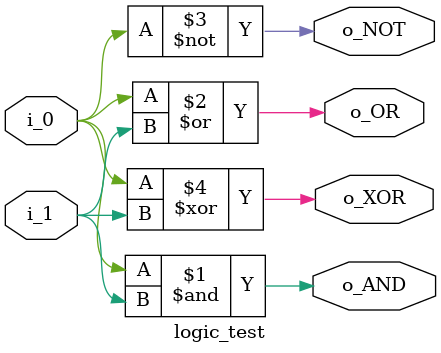
<source format=v>
module logic_test(i_0, i_1, o_AND, o_OR, o_NOT, o_XOR);
    input   i_0;
    input   i_1;
    output  o_AND;
    output  o_OR;
    output  o_NOT;
    output  o_XOR;

    assign  o_AND   = i_0 & i_1;
    assign  o_OR    = i_0 | i_1;
    assign  o_NOT   = ~i_0;
    assign  o_XOR   = i_0 ^ i_1;
endmodule

</source>
